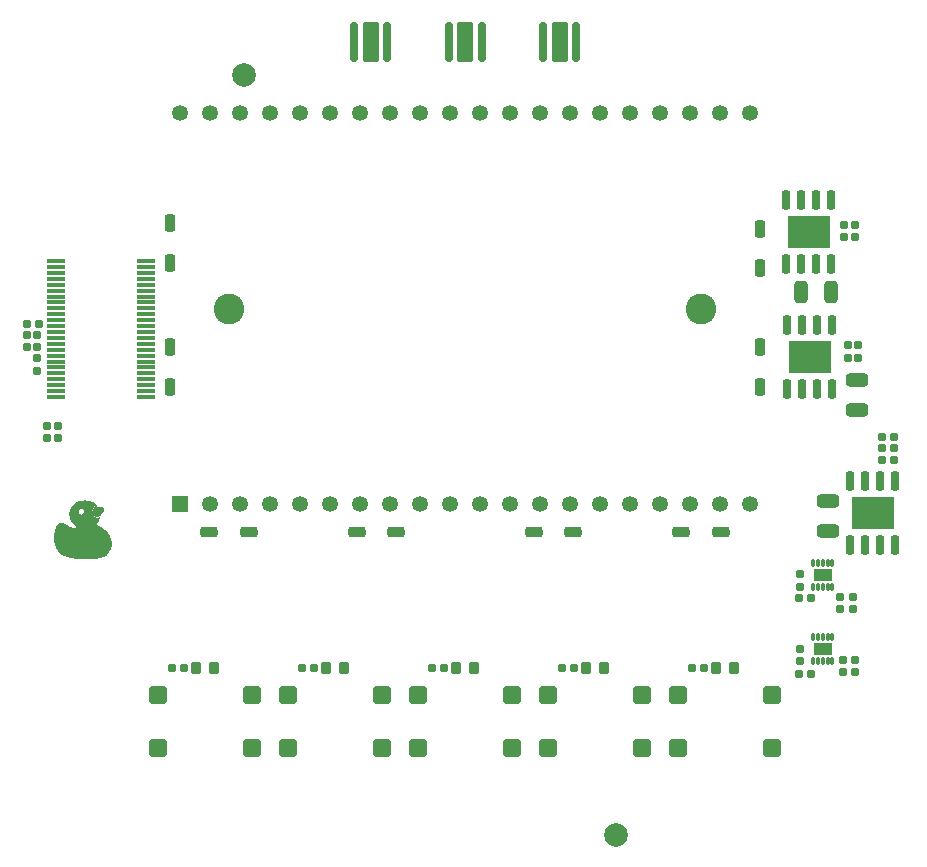
<source format=gts>
G04*
G04 #@! TF.GenerationSoftware,Altium Limited,CircuitStudio,1.5.2 (30)*
G04*
G04 Layer_Color=20142*
%FSLAX25Y25*%
%MOIN*%
G70*
G01*
G75*
G04:AMPARAMS|DCode=58|XSize=55.12mil|YSize=133.86mil|CornerRadius=4.53mil|HoleSize=0mil|Usage=FLASHONLY|Rotation=180.000|XOffset=0mil|YOffset=0mil|HoleType=Round|Shape=RoundedRectangle|*
%AMROUNDEDRECTD58*
21,1,0.05512,0.12480,0,0,180.0*
21,1,0.04606,0.13386,0,0,180.0*
1,1,0.00906,-0.02303,0.06240*
1,1,0.00906,0.02303,0.06240*
1,1,0.00906,0.02303,-0.06240*
1,1,0.00906,-0.02303,-0.06240*
%
%ADD58ROUNDEDRECTD58*%
G04:AMPARAMS|DCode=59|XSize=23.62mil|YSize=133.86mil|CornerRadius=6.89mil|HoleSize=0mil|Usage=FLASHONLY|Rotation=0.000|XOffset=0mil|YOffset=0mil|HoleType=Round|Shape=RoundedRectangle|*
%AMROUNDEDRECTD59*
21,1,0.02362,0.12008,0,0,0.0*
21,1,0.00984,0.13386,0,0,0.0*
1,1,0.01378,0.00492,-0.06004*
1,1,0.01378,-0.00492,-0.06004*
1,1,0.01378,-0.00492,0.06004*
1,1,0.01378,0.00492,0.06004*
%
%ADD59ROUNDEDRECTD59*%
G04:AMPARAMS|DCode=60|XSize=27.56mil|YSize=27.56mil|CornerRadius=7.87mil|HoleSize=0mil|Usage=FLASHONLY|Rotation=180.000|XOffset=0mil|YOffset=0mil|HoleType=Round|Shape=RoundedRectangle|*
%AMROUNDEDRECTD60*
21,1,0.02756,0.01181,0,0,180.0*
21,1,0.01181,0.02756,0,0,180.0*
1,1,0.01575,-0.00591,0.00591*
1,1,0.01575,0.00591,0.00591*
1,1,0.01575,0.00591,-0.00591*
1,1,0.01575,-0.00591,-0.00591*
%
%ADD60ROUNDEDRECTD60*%
G04:AMPARAMS|DCode=61|XSize=27.56mil|YSize=27.56mil|CornerRadius=7.87mil|HoleSize=0mil|Usage=FLASHONLY|Rotation=270.000|XOffset=0mil|YOffset=0mil|HoleType=Round|Shape=RoundedRectangle|*
%AMROUNDEDRECTD61*
21,1,0.02756,0.01181,0,0,270.0*
21,1,0.01181,0.02756,0,0,270.0*
1,1,0.01575,-0.00591,-0.00591*
1,1,0.01575,-0.00591,0.00591*
1,1,0.01575,0.00591,0.00591*
1,1,0.01575,0.00591,-0.00591*
%
%ADD61ROUNDEDRECTD61*%
G04:AMPARAMS|DCode=62|XSize=64.96mil|YSize=27.56mil|CornerRadius=7.87mil|HoleSize=0mil|Usage=FLASHONLY|Rotation=270.000|XOffset=0mil|YOffset=0mil|HoleType=Round|Shape=RoundedRectangle|*
%AMROUNDEDRECTD62*
21,1,0.06496,0.01181,0,0,270.0*
21,1,0.04921,0.02756,0,0,270.0*
1,1,0.01575,-0.00591,-0.02461*
1,1,0.01575,-0.00591,0.02461*
1,1,0.01575,0.00591,0.02461*
1,1,0.01575,0.00591,-0.02461*
%
%ADD62ROUNDEDRECTD62*%
%ADD63R,0.14173X0.10630*%
G04:AMPARAMS|DCode=64|XSize=27.94mil|YSize=11.94mil|CornerRadius=3.97mil|HoleSize=0mil|Usage=FLASHONLY|Rotation=90.000|XOffset=0mil|YOffset=0mil|HoleType=Round|Shape=RoundedRectangle|*
%AMROUNDEDRECTD64*
21,1,0.02794,0.00400,0,0,90.0*
21,1,0.02000,0.01194,0,0,90.0*
1,1,0.00794,0.00200,0.01000*
1,1,0.00794,0.00200,-0.01000*
1,1,0.00794,-0.00200,-0.01000*
1,1,0.00794,-0.00200,0.01000*
%
%ADD64ROUNDEDRECTD64*%
%ADD65R,0.06094X0.04094*%
G04:AMPARAMS|DCode=66|XSize=57.09mil|YSize=35.43mil|CornerRadius=9.84mil|HoleSize=0mil|Usage=FLASHONLY|Rotation=0.000|XOffset=0mil|YOffset=0mil|HoleType=Round|Shape=RoundedRectangle|*
%AMROUNDEDRECTD66*
21,1,0.05709,0.01575,0,0,0.0*
21,1,0.03740,0.03543,0,0,0.0*
1,1,0.01969,0.01870,-0.00787*
1,1,0.01969,-0.01870,-0.00787*
1,1,0.01969,-0.01870,0.00787*
1,1,0.01969,0.01870,0.00787*
%
%ADD66ROUNDEDRECTD66*%
G04:AMPARAMS|DCode=67|XSize=57.09mil|YSize=35.43mil|CornerRadius=9.84mil|HoleSize=0mil|Usage=FLASHONLY|Rotation=270.000|XOffset=0mil|YOffset=0mil|HoleType=Round|Shape=RoundedRectangle|*
%AMROUNDEDRECTD67*
21,1,0.05709,0.01575,0,0,270.0*
21,1,0.03740,0.03543,0,0,270.0*
1,1,0.01969,-0.00787,-0.01870*
1,1,0.01969,-0.00787,0.01870*
1,1,0.01969,0.00787,0.01870*
1,1,0.01969,0.00787,-0.01870*
%
%ADD67ROUNDEDRECTD67*%
G04:AMPARAMS|DCode=68|XSize=33.47mil|YSize=43.31mil|CornerRadius=9.35mil|HoleSize=0mil|Usage=FLASHONLY|Rotation=0.000|XOffset=0mil|YOffset=0mil|HoleType=Round|Shape=RoundedRectangle|*
%AMROUNDEDRECTD68*
21,1,0.03347,0.02461,0,0,0.0*
21,1,0.01476,0.04331,0,0,0.0*
1,1,0.01870,0.00738,-0.01230*
1,1,0.01870,-0.00738,-0.01230*
1,1,0.01870,-0.00738,0.01230*
1,1,0.01870,0.00738,0.01230*
%
%ADD68ROUNDEDRECTD68*%
G04:AMPARAMS|DCode=69|XSize=62.99mil|YSize=62.99mil|CornerRadius=16.73mil|HoleSize=0mil|Usage=FLASHONLY|Rotation=180.000|XOffset=0mil|YOffset=0mil|HoleType=Round|Shape=RoundedRectangle|*
%AMROUNDEDRECTD69*
21,1,0.06299,0.02953,0,0,180.0*
21,1,0.02953,0.06299,0,0,180.0*
1,1,0.03347,-0.01476,0.01476*
1,1,0.03347,0.01476,0.01476*
1,1,0.03347,0.01476,-0.01476*
1,1,0.03347,-0.01476,-0.01476*
%
%ADD69ROUNDEDRECTD69*%
G04:AMPARAMS|DCode=70|XSize=45.28mil|YSize=74.8mil|CornerRadius=12.3mil|HoleSize=0mil|Usage=FLASHONLY|Rotation=0.000|XOffset=0mil|YOffset=0mil|HoleType=Round|Shape=RoundedRectangle|*
%AMROUNDEDRECTD70*
21,1,0.04528,0.05020,0,0,0.0*
21,1,0.02067,0.07480,0,0,0.0*
1,1,0.02461,0.01034,-0.02510*
1,1,0.02461,-0.01034,-0.02510*
1,1,0.02461,-0.01034,0.02510*
1,1,0.02461,0.01034,0.02510*
%
%ADD70ROUNDEDRECTD70*%
G04:AMPARAMS|DCode=71|XSize=45.28mil|YSize=74.8mil|CornerRadius=12.3mil|HoleSize=0mil|Usage=FLASHONLY|Rotation=90.000|XOffset=0mil|YOffset=0mil|HoleType=Round|Shape=RoundedRectangle|*
%AMROUNDEDRECTD71*
21,1,0.04528,0.05020,0,0,90.0*
21,1,0.02067,0.07480,0,0,90.0*
1,1,0.02461,0.02510,0.01034*
1,1,0.02461,0.02510,-0.01034*
1,1,0.02461,-0.02510,-0.01034*
1,1,0.02461,-0.02510,0.01034*
%
%ADD71ROUNDEDRECTD71*%
G04:AMPARAMS|DCode=72|XSize=62.99mil|YSize=14.96mil|CornerRadius=4.72mil|HoleSize=0mil|Usage=FLASHONLY|Rotation=0.000|XOffset=0mil|YOffset=0mil|HoleType=Round|Shape=RoundedRectangle|*
%AMROUNDEDRECTD72*
21,1,0.06299,0.00551,0,0,0.0*
21,1,0.05354,0.01496,0,0,0.0*
1,1,0.00945,0.02677,-0.00276*
1,1,0.00945,-0.02677,-0.00276*
1,1,0.00945,-0.02677,0.00276*
1,1,0.00945,0.02677,0.00276*
%
%ADD72ROUNDEDRECTD72*%
%ADD73C,0.07874*%
%ADD74C,0.00394*%
%ADD75C,0.05315*%
%ADD76R,0.05315X0.05315*%
%ADD77C,0.10236*%
G36*
X-136130Y-35100D02*
Y-35105D01*
X-136144Y-35078D01*
X-136130Y-35100D01*
D02*
G37*
G36*
X-121886Y-38167D02*
X-121927D01*
Y-38160D01*
X-121900Y-38157D01*
X-121886Y-38167D01*
D02*
G37*
G36*
X-122993Y-38413D02*
X-123021D01*
Y-38405D01*
X-123012Y-38404D01*
X-122993Y-38413D01*
D02*
G37*
G36*
X-136685Y-33834D02*
X-136690D01*
Y-33820D01*
X-136685Y-33834D01*
D02*
G37*
G36*
X-126260Y-18974D02*
X-126110D01*
X-125918Y-19002D01*
X-125700Y-19029D01*
X-125454Y-19070D01*
X-125194Y-19139D01*
X-124934Y-19207D01*
X-124907D01*
X-124811Y-19234D01*
X-124688Y-19262D01*
X-124551Y-19302D01*
X-124538D01*
X-124524Y-19316D01*
X-124442Y-19343D01*
X-124319Y-19385D01*
X-124196Y-19439D01*
X-124182D01*
X-124155Y-19453D01*
X-124100D01*
X-124046Y-19466D01*
X-124032D01*
X-124005Y-19480D01*
X-123977Y-19494D01*
X-123936Y-19535D01*
X-123895D01*
X-123854Y-19562D01*
X-123786Y-19590D01*
X-123772D01*
X-123745Y-19617D01*
X-123704Y-19644D01*
X-123677Y-19672D01*
X-123663Y-19685D01*
X-123608Y-19713D01*
X-123526Y-19754D01*
X-123444Y-19808D01*
X-123431Y-19822D01*
X-123390Y-19849D01*
X-123321Y-19877D01*
X-123253Y-19931D01*
X-123225Y-19945D01*
X-123171Y-19986D01*
X-123143Y-20000D01*
X-123089Y-20068D01*
X-123075D01*
X-123048Y-20095D01*
Y-20109D01*
X-123034Y-20123D01*
X-122829Y-20341D01*
X-122474Y-20820D01*
X-122487D01*
X-122501Y-20806D01*
X-122583Y-20793D01*
X-122692Y-20765D01*
X-122816Y-20738D01*
X-122829D01*
X-122843Y-20724D01*
X-122925Y-20710D01*
X-123048Y-20683D01*
X-123185Y-20670D01*
X-123280D01*
X-123335Y-20656D01*
X-123431D01*
X-123485Y-20683D01*
X-123499Y-20697D01*
X-123526Y-20710D01*
X-123540Y-20752D01*
X-123554D01*
X-123567Y-20779D01*
X-123608Y-20833D01*
X-123622Y-20847D01*
X-123649Y-20888D01*
X-123677Y-20957D01*
X-123704Y-21039D01*
X-123718Y-21052D01*
X-123731Y-21107D01*
X-123759Y-21175D01*
X-123800Y-21257D01*
X-123813Y-21285D01*
X-123868Y-21353D01*
X-123909Y-21449D01*
X-123964Y-21572D01*
Y-21585D01*
X-123977Y-21599D01*
X-124005Y-21681D01*
X-124046Y-21790D01*
X-124100Y-21914D01*
X-124114Y-21941D01*
X-124141Y-22009D01*
X-124169Y-22105D01*
X-124210Y-22214D01*
X-124223Y-22242D01*
X-124237Y-22296D01*
X-124278Y-22392D01*
X-124305Y-22488D01*
X-124319Y-22501D01*
X-124333Y-22542D01*
X-124346Y-22611D01*
Y-22679D01*
Y-22693D01*
X-124360Y-22734D01*
X-124374Y-22788D01*
X-124401Y-22857D01*
Y-22870D01*
X-124415Y-22925D01*
X-124428Y-22993D01*
X-124442Y-23075D01*
X-124456Y-23089D01*
X-124469Y-23144D01*
X-124483Y-23212D01*
X-124497Y-23294D01*
X-124511Y-23322D01*
X-124524Y-23390D01*
X-124538Y-23417D01*
Y-23458D01*
X-124524Y-23472D01*
X-124483Y-23527D01*
X-124456Y-23554D01*
X-124415Y-23581D01*
X-124401Y-23595D01*
X-124374Y-23636D01*
X-124319Y-23704D01*
X-124265Y-23773D01*
X-124251Y-23786D01*
X-124223Y-23827D01*
X-124169Y-23882D01*
X-124100Y-23937D01*
X-124087Y-23950D01*
X-124046Y-23991D01*
X-123977Y-24060D01*
X-123895Y-24142D01*
X-123882Y-24155D01*
X-123827Y-24196D01*
X-123759Y-24251D01*
X-123677Y-24319D01*
X-123663Y-24333D01*
X-123608Y-24360D01*
X-123540Y-24401D01*
X-123444Y-24456D01*
X-123431Y-24470D01*
X-123376Y-24483D01*
X-123294Y-24524D01*
X-123212Y-24565D01*
X-123198D01*
X-123171Y-24579D01*
X-123130Y-24593D01*
X-123075Y-24620D01*
X-122952Y-24675D01*
X-122802Y-24730D01*
X-122788D01*
X-122774Y-24743D01*
X-122542D01*
X-122364Y-24716D01*
X-122351D01*
X-122323Y-24702D01*
X-122282D01*
X-122228Y-24675D01*
X-122091Y-24620D01*
X-122023Y-24565D01*
X-121954Y-24511D01*
X-121941Y-24497D01*
X-121927Y-24483D01*
X-121845Y-24401D01*
X-121736Y-24292D01*
X-121613Y-24196D01*
Y-24210D01*
Y-24224D01*
X-121626Y-24306D01*
Y-24319D01*
X-121640Y-24347D01*
Y-24374D01*
X-121653Y-24388D01*
Y-24401D01*
Y-24442D01*
X-121667Y-24497D01*
X-121681Y-24565D01*
Y-24579D01*
X-121695Y-24620D01*
X-121736Y-24716D01*
Y-24730D01*
X-121749Y-24743D01*
X-121763Y-24812D01*
X-121804Y-24921D01*
X-121831Y-25030D01*
X-121845Y-25058D01*
X-121872Y-25112D01*
X-121913Y-25208D01*
X-121954Y-25317D01*
Y-25331D01*
X-121968Y-25358D01*
X-121995Y-25399D01*
X-122009Y-25468D01*
Y-25481D01*
X-122023Y-25509D01*
X-122050Y-25550D01*
X-122077Y-25591D01*
X-122091Y-25659D01*
X-122173Y-25823D01*
X-122364Y-26124D01*
X-122446Y-26274D01*
X-122460Y-26288D01*
X-122501Y-26356D01*
X-122515D01*
X-122528Y-26384D01*
X-122556Y-26438D01*
X-122569Y-26452D01*
X-122610Y-26507D01*
X-122651Y-26602D01*
X-122679Y-26712D01*
Y-26739D01*
Y-26807D01*
Y-26889D01*
X-122638Y-26985D01*
Y-26999D01*
X-122610Y-27026D01*
X-122542Y-27122D01*
X-122515Y-27149D01*
X-122460Y-27217D01*
X-122446D01*
X-122419Y-27231D01*
X-122392Y-27245D01*
X-122337Y-27286D01*
X-122323Y-27299D01*
X-122310Y-27327D01*
X-122269Y-27354D01*
X-122228Y-27368D01*
X-122200Y-27382D01*
X-122132Y-27422D01*
X-122036Y-27491D01*
X-121913Y-27559D01*
X-121900D01*
X-121886Y-27573D01*
X-121818Y-27614D01*
X-121708Y-27668D01*
X-121599Y-27737D01*
X-121585D01*
X-121558Y-27751D01*
X-121517Y-27778D01*
X-121449Y-27805D01*
X-121435D01*
X-121407Y-27819D01*
X-121366Y-27846D01*
X-121339Y-27887D01*
X-121312D01*
X-121257Y-27901D01*
X-121175Y-27928D01*
X-121066Y-27997D01*
X-121038Y-28010D01*
X-120984Y-28065D01*
X-120902Y-28120D01*
X-120806Y-28174D01*
X-120779Y-28188D01*
X-120710Y-28229D01*
X-120697D01*
X-120683Y-28243D01*
X-120615Y-28311D01*
X-120410Y-28448D01*
Y-28489D01*
X-120369D01*
X-120327Y-28502D01*
X-120287Y-28530D01*
X-120259Y-28557D01*
X-120232Y-28584D01*
X-119999Y-28776D01*
X-119808Y-28953D01*
X-119767D01*
X-119699Y-29063D01*
X-119630Y-29090D01*
X-119617Y-29145D01*
X-119466Y-29254D01*
X-119480D01*
Y-29282D01*
X-119453D01*
X-119425Y-29295D01*
X-119398Y-29323D01*
X-119384Y-29336D01*
X-119371Y-29391D01*
X-119357D01*
X-119330Y-29405D01*
X-119289Y-29432D01*
X-119248Y-29473D01*
Y-29487D01*
X-119220Y-29514D01*
X-119179Y-29582D01*
Y-29623D01*
X-119152Y-29610D01*
X-119043Y-29760D01*
X-118906Y-29924D01*
X-118632Y-30334D01*
X-118660Y-30375D01*
X-118646Y-30389D01*
X-118619Y-30402D01*
X-118564Y-30457D01*
X-118523Y-30526D01*
Y-30539D01*
X-118496Y-30594D01*
X-118468Y-30649D01*
X-118441Y-30717D01*
Y-30731D01*
X-118427Y-30758D01*
X-118400Y-30813D01*
X-118373Y-30867D01*
X-118304Y-31031D01*
X-118222Y-31209D01*
Y-31223D01*
X-118209Y-31250D01*
X-118181Y-31305D01*
X-118154Y-31359D01*
X-118086Y-31523D01*
X-118017Y-31715D01*
X-118004Y-31742D01*
X-117990Y-31824D01*
X-117949Y-31947D01*
X-117908Y-32111D01*
X-117867Y-32316D01*
X-117826Y-32535D01*
X-117799Y-32795D01*
X-117771Y-33055D01*
Y-33068D01*
Y-33082D01*
Y-33123D01*
Y-33178D01*
Y-33314D01*
Y-33492D01*
Y-33697D01*
X-117799Y-33929D01*
X-117826Y-34176D01*
X-117867Y-34408D01*
Y-34422D01*
X-117881Y-34476D01*
X-117908Y-34558D01*
X-117949Y-34668D01*
X-117976Y-34791D01*
X-118031Y-34927D01*
X-118140Y-35214D01*
X-118154Y-35228D01*
X-118168Y-35283D01*
X-118209Y-35351D01*
X-118250Y-35447D01*
X-118304Y-35556D01*
X-118373Y-35679D01*
X-118537Y-35953D01*
Y-35966D01*
X-118564Y-35994D01*
X-118591Y-36035D01*
X-118619Y-36089D01*
X-118714Y-36226D01*
X-118824Y-36390D01*
X-118837Y-36404D01*
X-118851Y-36431D01*
X-118878Y-36458D01*
X-118933Y-36513D01*
X-119029Y-36650D01*
X-119152Y-36786D01*
X-119166Y-36800D01*
X-119193Y-36827D01*
X-119234Y-36882D01*
X-119275Y-36937D01*
X-119289Y-36950D01*
X-119316Y-36978D01*
X-119371Y-37019D01*
X-119425Y-37060D01*
X-119398Y-37101D01*
X-119425Y-37115D01*
X-119494Y-37156D01*
X-119712Y-37347D01*
X-120574Y-37757D01*
X-120833Y-37812D01*
X-121449Y-38044D01*
X-121476D01*
Y-38071D01*
X-121544D01*
X-121599Y-38112D01*
X-121640Y-38126D01*
X-121900Y-38157D01*
X-121927Y-38140D01*
Y-38160D01*
X-121982Y-38167D01*
X-121995Y-38208D01*
X-122077D01*
X-122173Y-38222D01*
X-122282Y-38235D01*
X-122310D01*
X-122378Y-38263D01*
X-122474Y-38290D01*
X-122569Y-38331D01*
X-122679D01*
X-122720Y-38345D01*
X-122747Y-38372D01*
X-123012Y-38404D01*
X-123021Y-38399D01*
Y-38405D01*
X-123089Y-38413D01*
X-123102D01*
X-123143Y-38427D01*
X-123225D01*
X-123267Y-38440D01*
X-123321Y-38454D01*
X-123554D01*
X-123567Y-38468D01*
X-123608Y-38482D01*
X-123663Y-38495D01*
X-123868D01*
X-123936Y-38509D01*
X-124182D01*
X-124265Y-38522D01*
X-124278D01*
X-124292Y-38536D01*
X-124346Y-38550D01*
X-124374D01*
X-124401Y-38563D01*
X-124647D01*
Y-38591D01*
X-124757D01*
X-124852Y-38605D01*
X-124880D01*
X-124934Y-38618D01*
X-125016Y-38632D01*
X-125481D01*
X-125659Y-38618D01*
X-125864D01*
X-126288Y-38605D01*
X-126383D01*
X-126506Y-38591D01*
X-126821D01*
X-127026Y-38577D01*
X-127244Y-38563D01*
X-127463Y-38550D01*
X-127477D01*
X-127532Y-38536D01*
X-127846D01*
X-127942Y-38522D01*
X-127996D01*
X-128051Y-38509D01*
X-128119D01*
X-128215Y-38495D01*
X-128311Y-38482D01*
X-128530Y-38454D01*
X-128543D01*
X-128584Y-38440D01*
X-128639D01*
X-128721Y-38427D01*
X-128803Y-38413D01*
X-128912Y-38399D01*
X-129131Y-38372D01*
X-129199D01*
X-129254Y-38359D01*
X-129336Y-38345D01*
X-129486D01*
X-129568Y-38359D01*
X-129596D01*
X-129623Y-38345D01*
X-129664D01*
X-129692Y-38359D01*
X-129705Y-38345D01*
X-129733Y-38331D01*
X-129773Y-38317D01*
X-129842Y-38304D01*
X-129951D01*
X-129992Y-38317D01*
X-130156D01*
X-130170Y-38304D01*
X-130197Y-38290D01*
X-130238Y-38276D01*
X-130307Y-38263D01*
X-130361D01*
X-130471Y-38235D01*
X-130512D01*
X-130553Y-38222D01*
X-130621D01*
X-130771Y-38194D01*
X-130935Y-38181D01*
X-130976D01*
X-131031Y-38167D01*
X-131086D01*
X-131236Y-38140D01*
X-131414Y-38112D01*
X-131428D01*
X-131469Y-38099D01*
X-131537Y-38071D01*
X-131633Y-38058D01*
X-131660D01*
X-131715Y-38044D01*
X-131824D01*
X-132152Y-37948D01*
X-132712Y-37784D01*
Y-37757D01*
X-132740D01*
X-132795Y-37743D01*
X-132877Y-37730D01*
X-132972Y-37702D01*
X-133000Y-37689D01*
X-133054Y-37661D01*
X-133150Y-37634D01*
X-133246Y-37593D01*
X-133259Y-37579D01*
X-133300Y-37566D01*
X-133369Y-37552D01*
X-133437Y-37525D01*
X-133451D01*
X-133492Y-37511D01*
X-133560Y-37497D01*
X-133628Y-37470D01*
X-133656Y-37456D01*
X-133710Y-37443D01*
X-133792Y-37415D01*
X-133874Y-37374D01*
X-133902Y-37361D01*
X-133943Y-37333D01*
X-134025Y-37292D01*
X-134093Y-37238D01*
X-134107Y-37224D01*
X-134162Y-37210D01*
X-134230Y-37169D01*
X-134312Y-37128D01*
X-134326Y-37115D01*
X-134380Y-37087D01*
X-134435Y-37032D01*
X-134476Y-36964D01*
X-134490Y-36992D01*
X-134572Y-36950D01*
Y-36909D01*
X-134599D01*
X-134613Y-36896D01*
X-134654Y-36855D01*
X-134722Y-36827D01*
X-134859Y-36677D01*
X-134913D01*
X-134954Y-36581D01*
X-134982D01*
X-135023Y-36568D01*
X-135050Y-36540D01*
X-135064Y-36527D01*
X-135091Y-36513D01*
X-135173Y-36445D01*
X-135187Y-36431D01*
X-135241Y-36376D01*
X-135296Y-36308D01*
X-135364Y-36226D01*
X-135378Y-36199D01*
X-135419Y-36144D01*
X-135487Y-36062D01*
X-135556Y-35966D01*
X-135570Y-35953D01*
X-135597Y-35939D01*
X-135665Y-35857D01*
X-135679Y-35843D01*
X-135693Y-35816D01*
X-135706Y-35775D01*
X-135720Y-35720D01*
X-135761Y-35679D01*
X-135802Y-35625D01*
X-135816Y-35611D01*
X-135843Y-35583D01*
X-135884Y-35543D01*
X-135925Y-35474D01*
X-135939Y-35447D01*
X-135966Y-35406D01*
X-135973Y-35392D01*
X-135980D01*
Y-35378D01*
X-135993Y-35351D01*
X-136007Y-35296D01*
X-136034D01*
X-136048Y-35283D01*
X-136062Y-35255D01*
Y-35242D01*
X-136075Y-35228D01*
Y-35201D01*
X-136089D01*
X-136103Y-35187D01*
Y-35173D01*
Y-35146D01*
X-136130Y-35100D01*
Y-35078D01*
X-136144D01*
X-136157Y-35050D01*
X-136198Y-35023D01*
X-136226Y-34982D01*
X-136239Y-34968D01*
X-136253Y-34941D01*
X-136267Y-34886D01*
Y-34832D01*
X-136280Y-34845D01*
Y-34832D01*
Y-34818D01*
X-136294Y-34804D01*
X-136308Y-34791D01*
Y-34777D01*
X-136335Y-34654D01*
X-136362Y-34681D01*
Y-34640D01*
X-136376Y-34654D01*
X-136362Y-34627D01*
X-136376Y-34640D01*
X-136403Y-34627D01*
Y-34558D01*
X-136417D01*
Y-34545D01*
X-136403D01*
X-136417Y-34531D01*
Y-34490D01*
X-136431D01*
X-136444Y-34476D01*
X-136458Y-34462D01*
X-136472Y-34422D01*
Y-34408D01*
X-136485Y-34380D01*
X-136499Y-34312D01*
Y-34326D01*
X-136513D01*
Y-34258D01*
X-136527D01*
Y-34216D01*
X-136567Y-34176D01*
X-136554D01*
X-136567Y-34162D01*
X-136581Y-34148D01*
X-136595Y-34107D01*
Y-34080D01*
Y-34066D01*
X-136609Y-34039D01*
Y-33970D01*
X-136622Y-33984D01*
Y-33916D01*
X-136663Y-33929D01*
X-136650Y-33875D01*
X-136663D01*
Y-33888D01*
X-136685Y-33834D01*
X-136663D01*
X-136704Y-33793D01*
X-136690Y-33752D01*
X-136704Y-33779D01*
Y-33765D01*
Y-33752D01*
Y-33738D01*
X-136718D01*
Y-33724D01*
X-136704Y-33711D01*
X-136718D01*
Y-33697D01*
X-136704Y-33670D01*
Y-33656D01*
X-136745D01*
X-136718Y-33601D01*
X-136745D01*
Y-33588D01*
X-136759D01*
X-136745Y-33547D01*
X-136759Y-33560D01*
Y-33547D01*
Y-33519D01*
X-136786D01*
Y-33506D01*
X-136773Y-33465D01*
Y-33451D01*
Y-33437D01*
Y-33424D01*
X-136800D01*
X-136786Y-33369D01*
X-136800D01*
Y-33355D01*
X-136827D01*
Y-33260D01*
X-136841D01*
X-136855Y-32986D01*
X-136923Y-32836D01*
X-136896Y-32754D01*
X-136923Y-32781D01*
Y-32658D01*
X-136937Y-32562D01*
X-136950D01*
Y-32549D01*
Y-32535D01*
X-136937Y-32508D01*
X-136950Y-32494D01*
X-136964Y-32480D01*
Y-32467D01*
Y-32453D01*
X-136950Y-32426D01*
X-136964Y-32412D01*
X-136978Y-32398D01*
Y-32385D01*
X-136950Y-32330D01*
X-136991Y-32193D01*
X-137019Y-31865D01*
X-136991Y-31811D01*
X-137019D01*
Y-31769D01*
Y-31729D01*
Y-31592D01*
Y-31441D01*
Y-31428D01*
Y-31400D01*
Y-31359D01*
Y-31318D01*
Y-31182D01*
Y-31031D01*
Y-31018D01*
Y-30977D01*
Y-30922D01*
Y-30854D01*
Y-30840D01*
Y-30799D01*
X-137005Y-30744D01*
X-136978Y-30703D01*
Y-30690D01*
Y-30649D01*
Y-30594D01*
X-136964Y-30526D01*
Y-30512D01*
Y-30457D01*
X-136950Y-30389D01*
Y-30321D01*
Y-30307D01*
Y-30293D01*
X-136937Y-30211D01*
X-136923Y-30102D01*
X-136896Y-29979D01*
Y-29965D01*
Y-29951D01*
X-136882Y-29869D01*
X-136868Y-29760D01*
X-136841Y-29637D01*
Y-29610D01*
X-136827Y-29541D01*
X-136813Y-29446D01*
X-136786Y-29323D01*
X-136745Y-29159D01*
X-136704Y-28995D01*
X-136609Y-28639D01*
Y-28612D01*
X-136581Y-28557D01*
X-136554Y-28461D01*
X-136513Y-28338D01*
X-136458Y-28188D01*
X-136390Y-28024D01*
X-136226Y-27668D01*
Y-27655D01*
X-136198Y-27614D01*
X-136171Y-27559D01*
X-136130Y-27477D01*
X-136007Y-27286D01*
X-135857Y-27081D01*
X-135843Y-27067D01*
X-135816Y-27026D01*
X-135775Y-26985D01*
X-135720Y-26917D01*
X-135638Y-26835D01*
X-135556Y-26753D01*
X-135337Y-26602D01*
X-135310Y-26589D01*
X-135255Y-26561D01*
X-135160Y-26507D01*
X-135036Y-26452D01*
X-134886Y-26411D01*
X-134708Y-26370D01*
X-134531Y-26356D01*
X-134312D01*
X-134257Y-26370D01*
X-134148Y-26384D01*
X-134025Y-26425D01*
X-133874Y-26466D01*
X-133710Y-26520D01*
X-133533Y-26602D01*
X-133355Y-26698D01*
X-133341Y-26712D01*
X-133300Y-26739D01*
X-133232Y-26766D01*
X-133164Y-26821D01*
X-133150Y-26835D01*
X-133109Y-26848D01*
X-133000Y-26930D01*
X-132972Y-26944D01*
X-132918Y-26971D01*
X-132890Y-26985D01*
X-132863Y-27026D01*
X-132836D01*
X-132795Y-27053D01*
X-132781Y-27067D01*
X-132726Y-27081D01*
X-132712D01*
X-132685Y-27108D01*
X-132603Y-27163D01*
X-132589D01*
X-132562Y-27190D01*
X-132480Y-27245D01*
X-132466D01*
X-132453Y-27272D01*
X-132412Y-27286D01*
X-132357Y-27327D01*
X-132220Y-27395D01*
X-132070Y-27491D01*
X-132056D01*
X-132029Y-27505D01*
X-131988Y-27532D01*
X-131947Y-27559D01*
X-131810Y-27641D01*
X-131646Y-27723D01*
X-131633D01*
X-131592Y-27751D01*
X-131537Y-27778D01*
X-131455Y-27805D01*
X-131441D01*
X-131400Y-27833D01*
X-131345Y-27860D01*
X-131305Y-27915D01*
X-131250D01*
X-131182Y-27928D01*
X-131099Y-27969D01*
X-131086Y-27983D01*
X-131031Y-28010D01*
X-130963Y-28038D01*
X-130894Y-28065D01*
X-130881D01*
X-130853Y-28079D01*
X-130812Y-28092D01*
X-130744D01*
X-130703Y-28079D01*
X-130607Y-28065D01*
X-130539D01*
X-130484Y-28051D01*
X-130348D01*
X-130197Y-28038D01*
X-130156D01*
X-130129Y-28024D01*
X-130074Y-28010D01*
X-129938Y-27997D01*
X-129801Y-27956D01*
X-129787D01*
X-129760Y-27942D01*
X-129664Y-27901D01*
X-129650Y-27887D01*
X-129623Y-27874D01*
X-129596Y-27819D01*
X-129555Y-27764D01*
Y-27751D01*
Y-27709D01*
Y-27668D01*
X-129568Y-27614D01*
X-129582Y-27600D01*
X-129596Y-27573D01*
X-129623Y-27532D01*
X-129664Y-27491D01*
X-129678D01*
X-129692Y-27463D01*
X-129760Y-27409D01*
X-129856Y-27340D01*
X-129965Y-27245D01*
X-129979D01*
X-129992Y-27217D01*
X-130061Y-27163D01*
X-130156Y-27094D01*
X-130266Y-27012D01*
X-130279Y-26999D01*
X-130334Y-26958D01*
X-130402Y-26889D01*
X-130498Y-26807D01*
X-130607Y-26698D01*
X-130717Y-26575D01*
X-130949Y-26315D01*
X-130963Y-26302D01*
X-131004Y-26247D01*
X-131059Y-26165D01*
X-131127Y-26069D01*
X-131209Y-25946D01*
X-131291Y-25809D01*
X-131455Y-25495D01*
X-131469Y-25481D01*
X-131482Y-25440D01*
X-131523Y-25372D01*
X-131551Y-25304D01*
X-131564Y-25290D01*
X-131578Y-25235D01*
X-131605Y-25181D01*
X-131633Y-25099D01*
X-131646Y-25085D01*
X-131660Y-25058D01*
X-131687Y-24989D01*
Y-24975D01*
X-131701Y-24948D01*
Y-24907D01*
Y-24852D01*
X-131715D01*
X-131728Y-24839D01*
X-131742Y-24812D01*
X-131756Y-24770D01*
Y-24757D01*
X-131769Y-24716D01*
X-131783Y-24620D01*
Y-24607D01*
X-131797Y-24565D01*
Y-24497D01*
X-131810Y-24429D01*
Y-24415D01*
X-131824Y-24360D01*
X-131851Y-24278D01*
X-131865Y-24196D01*
Y-24183D01*
X-131879Y-24155D01*
X-131892Y-24060D01*
Y-24046D01*
X-131906Y-24005D01*
Y-23950D01*
Y-23896D01*
X-131920Y-23882D01*
Y-23868D01*
Y-23827D01*
Y-23814D01*
Y-23786D01*
Y-23718D01*
Y-23691D01*
Y-23636D01*
Y-23540D01*
Y-23431D01*
Y-23417D01*
Y-23404D01*
Y-23335D01*
Y-23253D01*
X-131906Y-23157D01*
Y-23253D01*
X-131879Y-23130D01*
X-131905D01*
X-131906Y-23144D01*
Y-23130D01*
X-131905D01*
X-131879Y-22816D01*
X-131865D01*
Y-22775D01*
X-131851Y-22720D01*
X-131838Y-22570D01*
X-131783Y-22392D01*
Y-22378D01*
X-131769Y-22351D01*
X-131756Y-22296D01*
X-131728Y-22242D01*
X-131674Y-22091D01*
X-131605Y-21914D01*
Y-21900D01*
X-131592Y-21872D01*
X-131578Y-21818D01*
X-131537Y-21749D01*
Y-21736D01*
X-131510Y-21695D01*
X-131482Y-21640D01*
X-131441Y-21613D01*
Y-21599D01*
Y-21585D01*
X-131428Y-21544D01*
X-131414Y-21531D01*
X-131400Y-21476D01*
Y-21462D01*
X-131373Y-21435D01*
X-131345Y-21380D01*
X-131305Y-21312D01*
X-131291Y-21298D01*
X-131277Y-21257D01*
X-131236Y-21216D01*
X-131182Y-21189D01*
Y-21175D01*
Y-21162D01*
X-131168Y-21121D01*
X-131154Y-21107D01*
X-131113Y-21066D01*
X-131031Y-20957D01*
Y-20943D01*
Y-20929D01*
X-131004Y-20888D01*
X-130976Y-20847D01*
X-130963Y-20833D01*
X-130949Y-20806D01*
X-130908Y-20793D01*
X-130881Y-20779D01*
X-130826Y-20670D01*
X-130771Y-20587D01*
X-130689Y-20533D01*
X-130498Y-20300D01*
X-130471Y-20314D01*
Y-20287D01*
X-130457D01*
X-130430Y-20259D01*
X-130389Y-20232D01*
X-130334Y-20191D01*
X-130320Y-20177D01*
X-130293Y-20136D01*
X-130252Y-20095D01*
X-130225Y-20054D01*
X-130211D01*
X-130170Y-20027D01*
X-130102Y-19986D01*
X-130019Y-19931D01*
X-130006Y-19918D01*
X-129965Y-19877D01*
X-129910Y-19822D01*
X-129842Y-19781D01*
X-129815Y-19767D01*
X-129773Y-19754D01*
X-129760Y-19740D01*
X-129705Y-19726D01*
X-129637Y-19672D01*
Y-19658D01*
X-129623Y-19644D01*
X-129555Y-19617D01*
X-129527Y-19603D01*
X-129459Y-19549D01*
X-129445Y-19535D01*
X-129391Y-19521D01*
X-129309Y-19480D01*
X-129227Y-19453D01*
X-129213Y-19439D01*
X-129158Y-19425D01*
X-129076Y-19398D01*
X-128994Y-19357D01*
X-128967Y-19343D01*
X-128899Y-19302D01*
X-128885D01*
X-128871Y-19289D01*
X-128830Y-19275D01*
X-128789D01*
X-128776Y-19262D01*
X-128762Y-19248D01*
X-128721Y-19234D01*
X-128666Y-19220D01*
X-128653D01*
X-128625Y-19207D01*
X-128516D01*
X-128502Y-19193D01*
X-128434Y-19180D01*
X-128324Y-19139D01*
X-128201Y-19111D01*
X-128188D01*
X-128174Y-19097D01*
X-128092Y-19084D01*
X-127983Y-19056D01*
X-127846Y-19029D01*
X-127819D01*
X-127778Y-19015D01*
X-127723D01*
X-127586Y-19002D01*
X-127395Y-18988D01*
X-127176Y-18974D01*
X-126930Y-18961D01*
X-126315D01*
X-126260Y-18974D01*
D02*
G37*
G36*
X-123185Y-20820D02*
X-123157D01*
X-123102Y-20833D01*
X-123021Y-20847D01*
X-122911Y-20875D01*
X-122884D01*
X-122829Y-20888D01*
X-122733Y-20902D01*
X-122638Y-20929D01*
X-122624D01*
X-122583Y-20943D01*
X-122528Y-20957D01*
X-122446Y-20970D01*
X-122351Y-20984D01*
X-122241Y-21011D01*
X-122009Y-21052D01*
X-121954D01*
X-121900Y-21066D01*
X-121818Y-21080D01*
X-121736Y-21093D01*
X-121626Y-21107D01*
X-121407Y-21148D01*
X-121284D01*
X-121216Y-21162D01*
X-121161D01*
X-121107Y-21175D01*
X-121038Y-21189D01*
X-121025D01*
X-120997Y-21203D01*
X-120915Y-21216D01*
X-120806D01*
Y-21230D01*
X-120779Y-21244D01*
X-120751D01*
Y-21254D01*
X-120765Y-21257D01*
X-120751D01*
Y-21254D01*
X-120710Y-21244D01*
Y-21257D01*
X-120683Y-21271D01*
X-120615Y-21326D01*
X-120601D01*
X-120587Y-21339D01*
X-120505Y-21380D01*
X-120478Y-21394D01*
X-120423Y-21449D01*
X-120341Y-21531D01*
X-120259Y-21654D01*
Y-21667D01*
X-120246Y-21681D01*
X-120218Y-21763D01*
X-120191Y-21886D01*
X-120204Y-21955D01*
X-120218Y-22023D01*
Y-22050D01*
Y-22118D01*
X-120232Y-22146D01*
X-120273Y-22187D01*
X-120410Y-22515D01*
X-120423Y-22529D01*
X-120464Y-22583D01*
X-120533Y-22652D01*
X-120628Y-22747D01*
X-120724Y-22870D01*
X-120833Y-23007D01*
X-120956Y-23157D01*
X-121066Y-23322D01*
X-121079Y-23335D01*
X-121120Y-23390D01*
X-121175Y-23485D01*
X-121271Y-23581D01*
X-121366Y-23704D01*
X-121476Y-23841D01*
X-121749Y-24128D01*
X-121763Y-24142D01*
X-121776Y-24155D01*
X-121859Y-24224D01*
X-121982Y-24333D01*
X-122132Y-24456D01*
X-122146D01*
X-122173Y-24483D01*
X-122214Y-24497D01*
X-122269Y-24524D01*
X-122419Y-24579D01*
X-122501Y-24593D01*
X-122597Y-24607D01*
X-122692D01*
X-122774Y-24593D01*
X-122870Y-24565D01*
X-122898Y-24552D01*
X-122952Y-24524D01*
X-123034Y-24483D01*
X-123130Y-24429D01*
X-123157Y-24415D01*
X-123212Y-24401D01*
X-123280Y-24360D01*
X-123362Y-24333D01*
X-123390Y-24319D01*
X-123444Y-24292D01*
X-123513Y-24251D01*
X-123595Y-24196D01*
X-123608Y-24183D01*
X-123663Y-24142D01*
X-123731Y-24073D01*
X-123800Y-24005D01*
X-123813Y-23991D01*
X-123868Y-23950D01*
X-123936Y-23882D01*
X-124005Y-23814D01*
X-124018Y-23800D01*
X-124046Y-23773D01*
X-124141Y-23691D01*
X-124155Y-23677D01*
X-124182Y-23650D01*
X-124265Y-23554D01*
X-124278Y-23540D01*
X-124292Y-23527D01*
X-124333Y-23485D01*
X-124346Y-23472D01*
X-124360Y-23417D01*
Y-23404D01*
X-124374Y-23349D01*
X-124360Y-23280D01*
X-124333Y-23185D01*
Y-23171D01*
Y-23157D01*
X-124305Y-23103D01*
X-124292Y-23021D01*
X-124265Y-22939D01*
Y-22925D01*
X-124237Y-22870D01*
X-124223Y-22816D01*
X-124210Y-22734D01*
Y-22720D01*
Y-22665D01*
X-124196Y-22597D01*
X-124169Y-22529D01*
Y-22515D01*
X-124155Y-22501D01*
X-124128Y-22419D01*
X-124100Y-22310D01*
X-124046Y-22200D01*
Y-22187D01*
X-124032Y-22173D01*
X-124005Y-22105D01*
X-123964Y-21995D01*
X-123923Y-21872D01*
Y-21859D01*
X-123895Y-21818D01*
X-123868Y-21749D01*
X-123841Y-21681D01*
Y-21667D01*
X-123813Y-21613D01*
X-123800Y-21544D01*
X-123772Y-21476D01*
Y-21462D01*
X-123745Y-21421D01*
X-123718Y-21367D01*
X-123677Y-21298D01*
Y-21285D01*
X-123649Y-21244D01*
X-123622Y-21189D01*
X-123595Y-21121D01*
Y-21107D01*
X-123581Y-21080D01*
X-123567Y-21039D01*
X-123526Y-20970D01*
X-123513Y-20957D01*
X-123499Y-20915D01*
X-123458Y-20861D01*
X-123417Y-20820D01*
X-123403D01*
X-123376Y-20806D01*
X-123253D01*
X-123185Y-20820D01*
D02*
G37*
%LPC*%
G36*
X-127805Y-21818D02*
X-127969D01*
X-128078Y-21831D01*
X-128201Y-21872D01*
X-128338Y-21927D01*
X-128475Y-22023D01*
X-128598Y-22146D01*
X-128612Y-22160D01*
X-128653Y-22214D01*
X-128694Y-22296D01*
X-128748Y-22392D01*
X-128789Y-22515D01*
X-128817Y-22652D01*
Y-22802D01*
X-128789Y-22966D01*
Y-22980D01*
X-128776Y-22993D01*
X-128762Y-23075D01*
X-128721Y-23171D01*
X-128653Y-23267D01*
X-128639Y-23280D01*
X-128598Y-23335D01*
X-128516Y-23404D01*
X-128420Y-23472D01*
X-128393Y-23499D01*
X-128324Y-23554D01*
X-128297Y-23568D01*
X-128229Y-23581D01*
X-128215D01*
X-128188Y-23595D01*
X-128106Y-23608D01*
X-127983D01*
X-127955Y-23622D01*
X-127901Y-23636D01*
X-127873D01*
X-127819Y-23650D01*
X-127805Y-23636D01*
X-127778Y-23622D01*
X-127764Y-23608D01*
X-127723Y-23581D01*
X-127614D01*
X-127600Y-23568D01*
X-127559Y-23540D01*
X-127545Y-23527D01*
X-127518Y-23485D01*
X-127491Y-23472D01*
X-127450D01*
X-127436Y-23458D01*
X-127395Y-23431D01*
X-127381Y-23417D01*
X-127354Y-23390D01*
X-127313Y-23335D01*
X-127258Y-23267D01*
X-127204Y-23171D01*
X-127149Y-23062D01*
X-127108Y-22952D01*
X-127067Y-22816D01*
Y-22802D01*
X-127053Y-22747D01*
Y-22679D01*
Y-22583D01*
X-127067Y-22488D01*
X-127108Y-22365D01*
X-127149Y-22255D01*
X-127231Y-22146D01*
X-127244Y-22132D01*
X-127258Y-22105D01*
X-127299Y-22064D01*
X-127340Y-22023D01*
X-127354Y-22009D01*
X-127395Y-21982D01*
X-127491Y-21914D01*
X-127504Y-21900D01*
X-127545Y-21886D01*
X-127641Y-21859D01*
X-127655D01*
X-127696Y-21845D01*
X-127750Y-21831D01*
X-127805Y-21818D01*
D02*
G37*
G36*
X-136048Y-35214D02*
X-136075D01*
X-136048Y-35242D01*
Y-35214D01*
D02*
G37*
G36*
X-135980Y-35365D02*
Y-35378D01*
X-135973Y-35392D01*
X-135952D01*
X-135980Y-35365D01*
D02*
G37*
%LPD*%
D58*
X31496Y133858D02*
D03*
X0D02*
D03*
X-31496D02*
D03*
D59*
X37008D02*
D03*
X25984D02*
D03*
X-5512D02*
D03*
X5512D02*
D03*
X-25984D02*
D03*
X-37008D02*
D03*
D60*
X75492Y-74803D02*
D03*
X79626D02*
D03*
X111319Y-76772D02*
D03*
X115453D02*
D03*
X32185Y-74803D02*
D03*
X36319D02*
D03*
X-11122D02*
D03*
X-6988D02*
D03*
X-54429D02*
D03*
X-50295D02*
D03*
X-97736D02*
D03*
X-93602D02*
D03*
X111319Y-51575D02*
D03*
X115453D02*
D03*
X143012Y2362D02*
D03*
X138878D02*
D03*
X130020Y-75984D02*
D03*
X125886D02*
D03*
X130020Y-72047D02*
D03*
X125886D02*
D03*
X-142028Y39764D02*
D03*
X-146161D02*
D03*
X129232Y-55118D02*
D03*
X125098D02*
D03*
X129232Y-51181D02*
D03*
X125098D02*
D03*
X143012Y-5512D02*
D03*
X138878D02*
D03*
X143012Y-1575D02*
D03*
X138878D02*
D03*
D61*
X-135827Y1870D02*
D03*
Y6004D02*
D03*
X-139370Y1870D02*
D03*
Y6004D02*
D03*
X-146063Y36319D02*
D03*
Y32185D02*
D03*
X-142520D02*
D03*
Y36319D02*
D03*
Y28445D02*
D03*
Y24311D02*
D03*
X111811Y-72539D02*
D03*
Y-68405D02*
D03*
Y-47736D02*
D03*
Y-43602D02*
D03*
X129921Y72933D02*
D03*
Y68799D02*
D03*
X126378Y72933D02*
D03*
Y68799D02*
D03*
X127559Y32776D02*
D03*
Y28642D02*
D03*
X131102Y32776D02*
D03*
Y28642D02*
D03*
D62*
X122461Y39370D02*
D03*
X117461D02*
D03*
X112461D02*
D03*
X107461D02*
D03*
Y18110D02*
D03*
X112461D02*
D03*
X117461D02*
D03*
X122461D02*
D03*
X143327Y-12598D02*
D03*
X138327D02*
D03*
X133327D02*
D03*
X128327D02*
D03*
Y-33858D02*
D03*
X133327D02*
D03*
X138327D02*
D03*
X143327D02*
D03*
X122067Y81102D02*
D03*
X117067D02*
D03*
X112067D02*
D03*
X107067D02*
D03*
Y59842D02*
D03*
X112067D02*
D03*
X117067D02*
D03*
X122067D02*
D03*
D63*
X114961Y28740D02*
D03*
X135827Y-23228D02*
D03*
X114567Y70472D02*
D03*
D64*
X116142Y-72554D02*
D03*
X117717D02*
D03*
X119291D02*
D03*
X120866D02*
D03*
X122441D02*
D03*
X122441Y-64454D02*
D03*
X120866D02*
D03*
X119291D02*
D03*
X117717D02*
D03*
X116142D02*
D03*
X116142Y-47751D02*
D03*
X117717D02*
D03*
X119291D02*
D03*
X120866D02*
D03*
X122441D02*
D03*
X122441Y-39651D02*
D03*
X120866D02*
D03*
X119291D02*
D03*
X117717D02*
D03*
X116142D02*
D03*
D65*
X119291Y-68504D02*
D03*
Y-43701D02*
D03*
D66*
X-85335Y-29528D02*
D03*
X-72146D02*
D03*
X-22933D02*
D03*
X-36122D02*
D03*
X22933D02*
D03*
X36122D02*
D03*
X85335D02*
D03*
X72146D02*
D03*
D67*
X98425Y71555D02*
D03*
Y58366D02*
D03*
Y18996D02*
D03*
Y32185D02*
D03*
X-98425Y60335D02*
D03*
Y73524D02*
D03*
Y32185D02*
D03*
Y18996D02*
D03*
D68*
X83661Y-74803D02*
D03*
X89567D02*
D03*
X40354D02*
D03*
X46260D02*
D03*
X-2953D02*
D03*
X2953D02*
D03*
X-46260D02*
D03*
X-40354D02*
D03*
X-89567D02*
D03*
X-83661D02*
D03*
D69*
X70866Y-83661D02*
D03*
X102362D02*
D03*
Y-101378D02*
D03*
X70866D02*
D03*
X27559Y-83661D02*
D03*
X59055D02*
D03*
Y-101378D02*
D03*
X27559D02*
D03*
X-15748Y-83661D02*
D03*
X15748D02*
D03*
Y-101378D02*
D03*
X-15748D02*
D03*
X-59055Y-83661D02*
D03*
X-27559D02*
D03*
Y-101378D02*
D03*
X-59055D02*
D03*
X-102362Y-83661D02*
D03*
X-70866D02*
D03*
Y-101378D02*
D03*
X-102362D02*
D03*
D70*
X111909Y50394D02*
D03*
X121949D02*
D03*
D71*
X130709Y11122D02*
D03*
Y21161D02*
D03*
X120866Y-29035D02*
D03*
Y-18996D02*
D03*
D72*
X-136221Y60827D02*
D03*
Y58858D02*
D03*
Y56890D02*
D03*
Y54921D02*
D03*
Y52953D02*
D03*
Y50984D02*
D03*
Y49016D02*
D03*
Y47047D02*
D03*
Y45079D02*
D03*
Y43110D02*
D03*
Y41142D02*
D03*
Y39173D02*
D03*
Y37205D02*
D03*
Y35236D02*
D03*
Y33268D02*
D03*
Y31299D02*
D03*
Y29331D02*
D03*
Y27362D02*
D03*
Y25394D02*
D03*
Y23425D02*
D03*
Y21457D02*
D03*
Y19488D02*
D03*
Y17520D02*
D03*
Y15551D02*
D03*
X-106299D02*
D03*
Y17520D02*
D03*
Y19488D02*
D03*
Y21457D02*
D03*
Y23425D02*
D03*
Y25394D02*
D03*
Y27362D02*
D03*
Y29331D02*
D03*
Y31299D02*
D03*
Y33268D02*
D03*
Y35236D02*
D03*
Y37205D02*
D03*
Y39173D02*
D03*
Y41142D02*
D03*
Y43110D02*
D03*
Y45079D02*
D03*
Y47047D02*
D03*
Y49016D02*
D03*
Y50984D02*
D03*
Y52953D02*
D03*
Y54921D02*
D03*
Y56890D02*
D03*
Y58858D02*
D03*
Y60827D02*
D03*
D73*
X-73622Y122835D02*
D03*
X50394Y-130315D02*
D03*
D74*
X59055Y125984D02*
D03*
X-59055D02*
D03*
X0Y-118110D02*
D03*
X118110Y0D02*
D03*
X-118110D02*
D03*
D75*
X-95000Y110039D02*
D03*
X-85000D02*
D03*
X-75000D02*
D03*
X-65000D02*
D03*
X-55000D02*
D03*
X-45000D02*
D03*
X-35000D02*
D03*
X-25000D02*
D03*
X-15000D02*
D03*
X-5000D02*
D03*
X5000D02*
D03*
X15000D02*
D03*
X25000D02*
D03*
X35000D02*
D03*
X45000D02*
D03*
X55000D02*
D03*
X65000D02*
D03*
X75000D02*
D03*
X85000D02*
D03*
X95000D02*
D03*
Y-20039D02*
D03*
X85000D02*
D03*
X75000D02*
D03*
X65000D02*
D03*
X55000D02*
D03*
X45000D02*
D03*
X35000D02*
D03*
X25000D02*
D03*
X15000D02*
D03*
X5000D02*
D03*
X-5000D02*
D03*
X-15000D02*
D03*
X-25000D02*
D03*
X-35000D02*
D03*
X-45000D02*
D03*
X-55000D02*
D03*
X-65000D02*
D03*
X-75000D02*
D03*
X-85000D02*
D03*
D76*
X-95000D02*
D03*
D77*
X-78740Y45000D02*
D03*
X78740D02*
D03*
M02*

</source>
